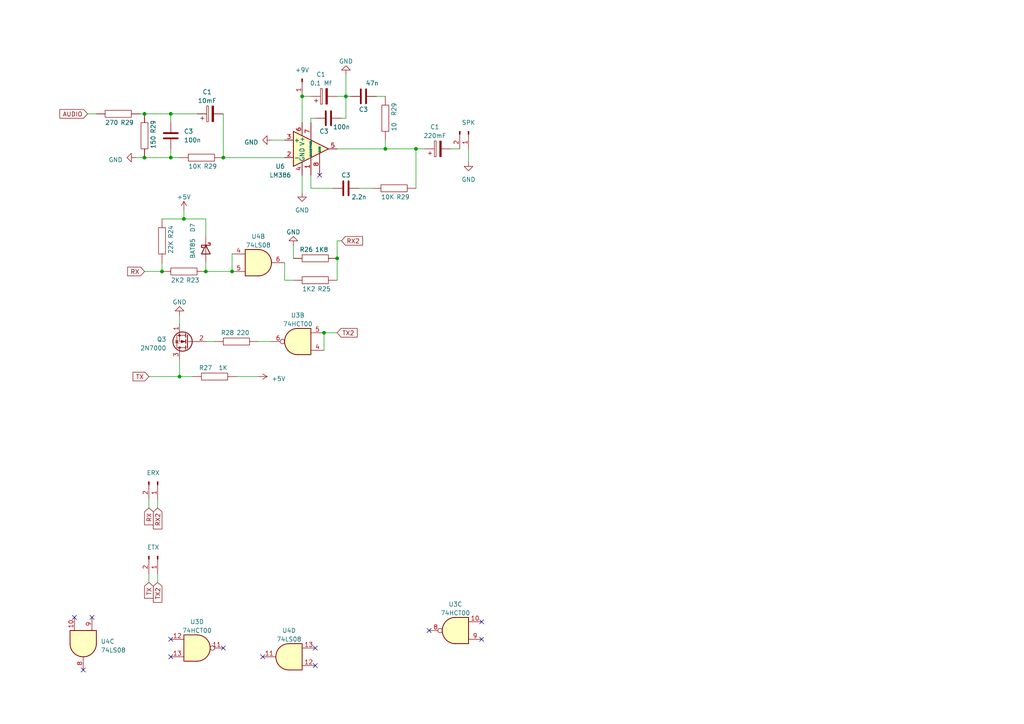
<source format=kicad_sch>
(kicad_sch (version 20230121) (generator eeschema)
  (paper "A4")
  (lib_symbols
    (symbol "74xx:74HCT00" (pin_names (offset 1.016))
      (property "Reference" "U" (at 0 1.27 0))
      (property "Value" "74HCT00" (at 0 -1.27 0))
      (symbol "74HCT00_1_1"
        (arc (start 0 -3.81) (mid 3.7934 0) (end 0 3.81) (stroke (width 0.254)) (fill (type background)))
        (polyline (pts (xy 0 3.81) (xy -3.81 3.81) (xy -3.81 -3.81) (xy 0 -3.81)) (stroke (width 0.254)) (fill (type background)))
        (pin input line (at -7.62 2.54 0) (length 3.81) (name "~") (number "1"))
        (pin input line (at -7.62 -2.54 0) (length 3.81) (name "~") (number "2"))
        (pin output inverted (at 7.62 0 180) (length 3.81) (name "~") (number "3"))
      )
      (symbol "74HCT00_1_2"
        (arc (start -3.81 -3.81) (mid -2.589 0) (end -3.81 3.81) (stroke (width 0.254)))
        (arc (start -0.6096 -3.81) (mid 2.1842 -2.5851) (end 3.81 0) (stroke (width 0.254)) (fill (type background)))
        (polyline (pts (xy -3.81 -3.81) (xy -0.635 -3.81)) (stroke (width 0.254)) (fill (type background)))
        (polyline (pts (xy -3.81 3.81) (xy -0.635 3.81)) (stroke (width 0.254)) (fill (type background)))
        (polyline (pts (xy -0.635 3.81) (xy -3.81 3.81) (xy -3.81 3.81) (xy -3.556 3.4036) (xy -3.0226 2.2606) (xy -2.6924 1.0414) (xy -2.6162 -0.254) (xy -2.7686 -1.4986) (xy -3.175 -2.7178) (xy -3.81 -3.81) (xy -3.81 -3.81) (xy -0.635 -3.81)) (stroke (width -25.4)) (fill (type background)))
        (arc (start 3.81 0) (mid 2.1915 2.5936) (end -0.6096 3.81) (stroke (width 0.254)) (fill (type background)))
        (pin input inverted (at -7.62 2.54 0) (length 4.318) (name "~") (number "1"))
        (pin input inverted (at -7.62 -2.54 0) (length 4.318) (name "~") (number "2"))
        (pin output line (at 7.62 0 180) (length 3.81) (name "~") (number "3"))
      )
      (symbol "74HCT00_2_1"
        (arc (start 0 -3.81) (mid 3.7934 0) (end 0 3.81) (stroke (width 0.254)) (fill (type background)))
        (polyline (pts (xy 0 3.81) (xy -3.81 3.81) (xy -3.81 -3.81) (xy 0 -3.81)) (stroke (width 0.254)) (fill (type background)))
        (pin input line (at -7.62 2.54 0) (length 3.81) (name "~") (number "4"))
        (pin input line (at -7.62 -2.54 0) (length 3.81) (name "~") (number "5"))
        (pin output inverted (at 7.62 0 180) (length 3.81) (name "~") (number "6"))
      )
      (symbol "74HCT00_2_2"
        (arc (start -3.81 -3.81) (mid -2.589 0) (end -3.81 3.81) (stroke (width 0.254)))
        (arc (start -0.6096 -3.81) (mid 2.1842 -2.5851) (end 3.81 0) (stroke (width 0.254)) (fill (type background)))
        (polyline (pts (xy -3.81 -3.81) (xy -0.635 -3.81)) (stroke (width 0.254)) (fill (type background)))
        (polyline (pts (xy -3.81 3.81) (xy -0.635 3.81)) (stroke (width 0.254)) (fill (type background)))
        (polyline (pts (xy -0.635 3.81) (xy -3.81 3.81) (xy -3.81 3.81) (xy -3.556 3.4036) (xy -3.0226 2.2606) (xy -2.6924 1.0414) (xy -2.6162 -0.254) (xy -2.7686 -1.4986) (xy -3.175 -2.7178) (xy -3.81 -3.81) (xy -3.81 -3.81) (xy -0.635 -3.81)) (stroke (width -25.4)) (fill (type background)))
        (arc (start 3.81 0) (mid 2.1915 2.5936) (end -0.6096 3.81) (stroke (width 0.254)) (fill (type background)))
        (pin input inverted (at -7.62 2.54 0) (length 4.318) (name "~") (number "4"))
        (pin input inverted (at -7.62 -2.54 0) (length 4.318) (name "~") (number "5"))
        (pin output line (at 7.62 0 180) (length 3.81) (name "~") (number "6"))
      )
      (symbol "74HCT00_3_1"
        (arc (start 0 -3.81) (mid 3.7934 0) (end 0 3.81) (stroke (width 0.254)) (fill (type background)))
        (polyline (pts (xy 0 3.81) (xy -3.81 3.81) (xy -3.81 -3.81) (xy 0 -3.81)) (stroke (width 0.254)) (fill (type background)))
        (pin input line (at -7.62 -2.54 0) (length 3.81) (name "~") (number "10"))
        (pin output inverted (at 7.62 0 180) (length 3.81) (name "~") (number "8"))
        (pin input line (at -7.62 2.54 0) (length 3.81) (name "~") (number "9"))
      )
      (symbol "74HCT00_3_2"
        (arc (start -3.81 -3.81) (mid -2.589 0) (end -3.81 3.81) (stroke (width 0.254)))
        (arc (start -0.6096 -3.81) (mid 2.1842 -2.5851) (end 3.81 0) (stroke (width 0.254)) (fill (type background)))
        (polyline (pts (xy -3.81 -3.81) (xy -0.635 -3.81)) (stroke (width 0.254)) (fill (type background)))
        (polyline (pts (xy -3.81 3.81) (xy -0.635 3.81)) (stroke (width 0.254)) (fill (type background)))
        (polyline (pts (xy -0.635 3.81) (xy -3.81 3.81) (xy -3.81 3.81) (xy -3.556 3.4036) (xy -3.0226 2.2606) (xy -2.6924 1.0414) (xy -2.6162 -0.254) (xy -2.7686 -1.4986) (xy -3.175 -2.7178) (xy -3.81 -3.81) (xy -3.81 -3.81) (xy -0.635 -3.81)) (stroke (width -25.4)) (fill (type background)))
        (arc (start 3.81 0) (mid 2.1915 2.5936) (end -0.6096 3.81) (stroke (width 0.254)) (fill (type background)))
        (pin input inverted (at -7.62 -2.54 0) (length 4.318) (name "~") (number "10"))
        (pin output line (at 7.62 0 180) (length 3.81) (name "~") (number "8"))
        (pin input inverted (at -7.62 2.54 0) (length 4.318) (name "~") (number "9"))
      )
      (symbol "74HCT00_4_1"
        (arc (start 0 -3.81) (mid 3.7934 0) (end 0 3.81) (stroke (width 0.254)) (fill (type background)))
        (polyline (pts (xy 0 3.81) (xy -3.81 3.81) (xy -3.81 -3.81) (xy 0 -3.81)) (stroke (width 0.254)) (fill (type background)))
        (pin output inverted (at 7.62 0 180) (length 3.81) (name "~") (number "11"))
        (pin input line (at -7.62 2.54 0) (length 3.81) (name "~") (number "12"))
        (pin input line (at -7.62 -2.54 0) (length 3.81) (name "~") (number "13"))
      )
      (symbol "74HCT00_4_2"
        (arc (start -3.81 -3.81) (mid -2.589 0) (end -3.81 3.81) (stroke (width 0.254)))
        (arc (start -0.6096 -3.81) (mid 2.1842 -2.5851) (end 3.81 0) (stroke (width 0.254)) (fill (type background)))
        (polyline (pts (xy -3.81 -3.81) (xy -0.635 -3.81)) (stroke (width 0.254)) (fill (type background)))
        (polyline (pts (xy -3.81 3.81) (xy -0.635 3.81)) (stroke (width 0.254)) (fill (type background)))
        (polyline (pts (xy -0.635 3.81) (xy -3.81 3.81) (xy -3.81 3.81) (xy -3.556 3.4036) (xy -3.0226 2.2606) (xy -2.6924 1.0414) (xy -2.6162 -0.254) (xy -2.7686 -1.4986) (xy -3.175 -2.7178) (xy -3.81 -3.81) (xy -3.81 -3.81) (xy -0.635 -3.81)) (stroke (width -25.4)) (fill (type background)))
        (arc (start 3.81 0) (mid 2.1915 2.5936) (end -0.6096 3.81) (stroke (width 0.254)) (fill (type background)))
        (pin output line (at 7.62 0 180) (length 3.81) (name "~") (number "11"))
        (pin input inverted (at -7.62 2.54 0) (length 4.318) (name "~") (number "12"))
        (pin input inverted (at -7.62 -2.54 0) (length 4.318) (name "~") (number "13"))
      )
      (symbol "74HCT00_5_0"
        (pin power_in line (at 0 12.7 270) (length 5.08) (name "VCC") (number "14"))
        (pin power_in line (at 0 -12.7 90) (length 5.08) (name "GND") (number "7"))
      )
      (symbol "74HCT00_5_1"
        (rectangle (start -5.08 7.62) (end 5.08 -7.62) (stroke (width 0.254)) (fill (type background)))
      )
    )
    (symbol "74xx:74LS08" (pin_names (offset 1.016))
      (property "Reference" "U" (at 0 1.27 0))
      (property "Value" "74LS08" (at 0 -1.27 0))
      (symbol "74LS08_1_1"
        (arc (start 0 -3.81) (mid 3.7934 0) (end 0 3.81) (stroke (width 0.254)) (fill (type background)))
        (polyline (pts (xy 0 3.81) (xy -3.81 3.81) (xy -3.81 -3.81) (xy 0 -3.81)) (stroke (width 0.254)) (fill (type background)))
        (pin input line (at -7.62 2.54 0) (length 3.81) (name "~") (number "1"))
        (pin input line (at -7.62 -2.54 0) (length 3.81) (name "~") (number "2"))
        (pin output line (at 7.62 0 180) (length 3.81) (name "~") (number "3"))
      )
      (symbol "74LS08_1_2"
        (arc (start -3.81 -3.81) (mid -2.589 0) (end -3.81 3.81) (stroke (width 0.254)))
        (arc (start -0.6096 -3.81) (mid 2.1842 -2.5851) (end 3.81 0) (stroke (width 0.254)) (fill (type background)))
        (polyline (pts (xy -3.81 -3.81) (xy -0.635 -3.81)) (stroke (width 0.254)) (fill (type background)))
        (polyline (pts (xy -3.81 3.81) (xy -0.635 3.81)) (stroke (width 0.254)) (fill (type background)))
        (polyline (pts (xy -0.635 3.81) (xy -3.81 3.81) (xy -3.81 3.81) (xy -3.556 3.4036) (xy -3.0226 2.2606) (xy -2.6924 1.0414) (xy -2.6162 -0.254) (xy -2.7686 -1.4986) (xy -3.175 -2.7178) (xy -3.81 -3.81) (xy -3.81 -3.81) (xy -0.635 -3.81)) (stroke (width -25.4)) (fill (type background)))
        (arc (start 3.81 0) (mid 2.1915 2.5936) (end -0.6096 3.81) (stroke (width 0.254)) (fill (type background)))
        (pin input inverted (at -7.62 2.54 0) (length 4.318) (name "~") (number "1"))
        (pin input inverted (at -7.62 -2.54 0) (length 4.318) (name "~") (number "2"))
        (pin output inverted (at 7.62 0 180) (length 3.81) (name "~") (number "3"))
      )
      (symbol "74LS08_2_1"
        (arc (start 0 -3.81) (mid 3.7934 0) (end 0 3.81) (stroke (width 0.254)) (fill (type background)))
        (polyline (pts (xy 0 3.81) (xy -3.81 3.81) (xy -3.81 -3.81) (xy 0 -3.81)) (stroke (width 0.254)) (fill (type background)))
        (pin input line (at -7.62 2.54 0) (length 3.81) (name "~") (number "4"))
        (pin input line (at -7.62 -2.54 0) (length 3.81) (name "~") (number "5"))
        (pin output line (at 7.62 0 180) (length 3.81) (name "~") (number "6"))
      )
      (symbol "74LS08_2_2"
        (arc (start -3.81 -3.81) (mid -2.589 0) (end -3.81 3.81) (stroke (width 0.254)))
        (arc (start -0.6096 -3.81) (mid 2.1842 -2.5851) (end 3.81 0) (stroke (width 0.254)) (fill (type background)))
        (polyline (pts (xy -3.81 -3.81) (xy -0.635 -3.81)) (stroke (width 0.254)) (fill (type background)))
        (polyline (pts (xy -3.81 3.81) (xy -0.635 3.81)) (stroke (width 0.254)) (fill (type background)))
        (polyline (pts (xy -0.635 3.81) (xy -3.81 3.81) (xy -3.81 3.81) (xy -3.556 3.4036) (xy -3.0226 2.2606) (xy -2.6924 1.0414) (xy -2.6162 -0.254) (xy -2.7686 -1.4986) (xy -3.175 -2.7178) (xy -3.81 -3.81) (xy -3.81 -3.81) (xy -0.635 -3.81)) (stroke (width -25.4)) (fill (type background)))
        (arc (start 3.81 0) (mid 2.1915 2.5936) (end -0.6096 3.81) (stroke (width 0.254)) (fill (type background)))
        (pin input inverted (at -7.62 2.54 0) (length 4.318) (name "~") (number "4"))
        (pin input inverted (at -7.62 -2.54 0) (length 4.318) (name "~") (number "5"))
        (pin output inverted (at 7.62 0 180) (length 3.81) (name "~") (number "6"))
      )
      (symbol "74LS08_3_1"
        (arc (start 0 -3.81) (mid 3.7934 0) (end 0 3.81) (stroke (width 0.254)) (fill (type background)))
        (polyline (pts (xy 0 3.81) (xy -3.81 3.81) (xy -3.81 -3.81) (xy 0 -3.81)) (stroke (width 0.254)) (fill (type background)))
        (pin input line (at -7.62 -2.54 0) (length 3.81) (name "~") (number "10"))
        (pin output line (at 7.62 0 180) (length 3.81) (name "~") (number "8"))
        (pin input line (at -7.62 2.54 0) (length 3.81) (name "~") (number "9"))
      )
      (symbol "74LS08_3_2"
        (arc (start -3.81 -3.81) (mid -2.589 0) (end -3.81 3.81) (stroke (width 0.254)))
        (arc (start -0.6096 -3.81) (mid 2.1842 -2.5851) (end 3.81 0) (stroke (width 0.254)) (fill (type background)))
        (polyline (pts (xy -3.81 -3.81) (xy -0.635 -3.81)) (stroke (width 0.254)) (fill (type background)))
        (polyline (pts (xy -3.81 3.81) (xy -0.635 3.81)) (stroke (width 0.254)) (fill (type background)))
        (polyline (pts (xy -0.635 3.81) (xy -3.81 3.81) (xy -3.81 3.81) (xy -3.556 3.4036) (xy -3.0226 2.2606) (xy -2.6924 1.0414) (xy -2.6162 -0.254) (xy -2.7686 -1.4986) (xy -3.175 -2.7178) (xy -3.81 -3.81) (xy -3.81 -3.81) (xy -0.635 -3.81)) (stroke (width -25.4)) (fill (type background)))
        (arc (start 3.81 0) (mid 2.1915 2.5936) (end -0.6096 3.81) (stroke (width 0.254)) (fill (type background)))
        (pin input inverted (at -7.62 -2.54 0) (length 4.318) (name "~") (number "10"))
        (pin output inverted (at 7.62 0 180) (length 3.81) (name "~") (number "8"))
        (pin input inverted (at -7.62 2.54 0) (length 4.318) (name "~") (number "9"))
      )
      (symbol "74LS08_4_1"
        (arc (start 0 -3.81) (mid 3.7934 0) (end 0 3.81) (stroke (width 0.254)) (fill (type background)))
        (polyline (pts (xy 0 3.81) (xy -3.81 3.81) (xy -3.81 -3.81) (xy 0 -3.81)) (stroke (width 0.254)) (fill (type background)))
        (pin output line (at 7.62 0 180) (length 3.81) (name "~") (number "11"))
        (pin input line (at -7.62 2.54 0) (length 3.81) (name "~") (number "12"))
        (pin input line (at -7.62 -2.54 0) (length 3.81) (name "~") (number "13"))
      )
      (symbol "74LS08_4_2"
        (arc (start -3.81 -3.81) (mid -2.589 0) (end -3.81 3.81) (stroke (width 0.254)))
        (arc (start -0.6096 -3.81) (mid 2.1842 -2.5851) (end 3.81 0) (stroke (width 0.254)) (fill (type background)))
        (polyline (pts (xy -3.81 -3.81) (xy -0.635 -3.81)) (stroke (width 0.254)) (fill (type background)))
        (polyline (pts (xy -3.81 3.81) (xy -0.635 3.81)) (stroke (width 0.254)) (fill (type background)))
        (polyline (pts (xy -0.635 3.81) (xy -3.81 3.81) (xy -3.81 3.81) (xy -3.556 3.4036) (xy -3.0226 2.2606) (xy -2.6924 1.0414) (xy -2.6162 -0.254) (xy -2.7686 -1.4986) (xy -3.175 -2.7178) (xy -3.81 -3.81) (xy -3.81 -3.81) (xy -0.635 -3.81)) (stroke (width -25.4)) (fill (type background)))
        (arc (start 3.81 0) (mid 2.1915 2.5936) (end -0.6096 3.81) (stroke (width 0.254)) (fill (type background)))
        (pin output inverted (at 7.62 0 180) (length 3.81) (name "~") (number "11"))
        (pin input inverted (at -7.62 2.54 0) (length 4.318) (name "~") (number "12"))
        (pin input inverted (at -7.62 -2.54 0) (length 4.318) (name "~") (number "13"))
      )
      (symbol "74LS08_5_0"
        (pin power_in line (at 0 12.7 270) (length 5.08) (name "VCC") (number "14"))
        (pin power_in line (at 0 -12.7 90) (length 5.08) (name "GND") (number "7"))
      )
      (symbol "74LS08_5_1"
        (rectangle (start -5.08 7.62) (end 5.08 -7.62) (stroke (width 0.254)) (fill (type background)))
      )
    )
    (symbol "Amplifier_Audio:LM386" (pin_names (offset 0.127))
      (property "Reference" "U" (at 1.27 7.62 0))
      (property "Value" "LM386" (at 1.27 5.08 0))
      (symbol "LM386_0_1"
        (polyline (pts (xy 5.08 0) (xy -5.08 5.08) (xy -5.08 -5.08) (xy 5.08 0)) (stroke (width 0.254)) (fill (type background)))
      )
      (symbol "LM386_1_1"
        (pin input line (at 0 -7.62 90) (length 5.08) (name "GAIN") (number "1"))
        (pin input line (at -7.62 -2.54 0) (length 2.54) (name "-") (number "2"))
        (pin input line (at -7.62 2.54 0) (length 2.54) (name "+") (number "3"))
        (pin power_in line (at -2.54 -7.62 90) (length 3.81) (name "GND") (number "4"))
        (pin output line (at 7.62 0 180) (length 2.54) (name "~") (number "5"))
        (pin power_in line (at -2.54 7.62 270) (length 3.81) (name "V+") (number "6"))
        (pin input line (at 0 7.62 270) (length 5.08) (name "BYPASS") (number "7"))
        (pin input line (at 2.54 -7.62 90) (length 6.35) (name "GAIN") (number "8"))
      )
    )
    (symbol "Connector:Conn_01x01_Pin" (pin_names (offset 1.016) hide)
      (property "Reference" "J" (at 0 2.54 0))
      (property "Value" "Conn_01x01_Pin" (at 0 -2.54 0))
      (symbol "Conn_01x01_Pin_1_1"
        (polyline (pts (xy 1.27 0) (xy 0.8636 0)) (stroke (width 0.1524)))
        (rectangle (start 0.8636 0.127) (end 0 -0.127) (stroke (width 0.1524)) (fill (type outline)))
        (pin passive line (at 5.08 0 180) (length 3.81) (name "Pin_1") (number "1"))
      )
    )
    (symbol "Connector:Conn_01x02_Pin" (pin_names (offset 1.016) hide)
      (property "Reference" "J" (at 0 2.54 0))
      (property "Value" "Conn_01x02_Pin" (at 0 -5.08 0))
      (symbol "Conn_01x02_Pin_1_1"
        (polyline (pts (xy 1.27 -2.54) (xy 0.8636 -2.54)) (stroke (width 0.1524)))
        (polyline (pts (xy 1.27 0) (xy 0.8636 0)) (stroke (width 0.1524)))
        (rectangle (start 0.8636 -2.413) (end 0 -2.667) (stroke (width 0.1524)) (fill (type outline)))
        (rectangle (start 0.8636 0.127) (end 0 -0.127) (stroke (width 0.1524)) (fill (type outline)))
        (pin passive line (at 5.08 0 180) (length 3.81) (name "Pin_1") (number "1"))
        (pin passive line (at 5.08 -2.54 180) (length 3.81) (name "Pin_2") (number "2"))
      )
    )
    (symbol "Device:C" (pin_numbers hide) (pin_names (offset 0.254))
      (property "Reference" "C" (at 0.635 2.54 0))
      (property "Value" "C" (at 0.635 -2.54 0))
      (symbol "C_0_1"
        (polyline (pts (xy -2.032 -0.762) (xy 2.032 -0.762)) (stroke (width 0.508)))
        (polyline (pts (xy -2.032 0.762) (xy 2.032 0.762)) (stroke (width 0.508)))
      )
      (symbol "C_1_1"
        (pin passive line (at 0 3.81 270) (length 2.794) (name "~") (number "1"))
        (pin passive line (at 0 -3.81 90) (length 2.794) (name "~") (number "2"))
      )
    )
    (symbol "Device:C_Polarized" (pin_numbers hide) (pin_names (offset 0.254))
      (property "Reference" "C" (at 0.635 2.54 0))
      (property "Value" "C_Polarized" (at 0.635 -2.54 0))
      (symbol "C_Polarized_0_1"
        (rectangle (start -2.286 0.508) (end 2.286 1.016))
        (polyline (pts (xy -1.778 2.286) (xy -0.762 2.286)))
        (polyline (pts (xy -1.27 2.794) (xy -1.27 1.778)))
        (rectangle (start 2.286 -0.508) (end -2.286 -1.016) (fill (type outline)))
      )
      (symbol "C_Polarized_1_1"
        (pin passive line (at 0 3.81 270) (length 2.794) (name "~") (number "1"))
        (pin passive line (at 0 -3.81 90) (length 2.794) (name "~") (number "2"))
      )
    )
    (symbol "Device:D_Schottky" (pin_numbers hide) (pin_names (offset 1.016) hide)
      (property "Reference" "D" (at 0 2.54 0))
      (property "Value" "D_Schottky" (at 0 -2.54 0))
      (symbol "D_Schottky_0_1"
        (polyline (pts (xy 1.27 0) (xy -1.27 0)))
        (polyline (pts (xy 1.27 1.27) (xy 1.27 -1.27) (xy -1.27 0) (xy 1.27 1.27)) (stroke (width 0.254)))
        (polyline (pts (xy -1.905 0.635) (xy -1.905 1.27) (xy -1.27 1.27) (xy -1.27 -1.27) (xy -0.635 -1.27) (xy -0.635 -0.635)) (stroke (width 0.254)))
      )
      (symbol "D_Schottky_1_1"
        (pin passive line (at -3.81 0 0) (length 2.54) (name "K") (number "1"))
        (pin passive line (at 3.81 0 180) (length 2.54) (name "A") (number "2"))
      )
    )
    (symbol "Transistor_FET:2N7000" (pin_names hide)
      (property "Reference" "Q" (at 5.08 1.905 0))
      (property "Value" "2N7000" (at 5.08 0 0))
      (symbol "2N7000_0_1"
        (polyline (pts (xy 0.254 0) (xy -2.54 0)))
        (polyline (pts (xy 0.254 1.905) (xy 0.254 -1.905)) (stroke (width 0.254)))
        (polyline (pts (xy 0.762 -1.27) (xy 0.762 -2.286)) (stroke (width 0.254)))
        (polyline (pts (xy 0.762 0.508) (xy 0.762 -0.508)) (stroke (width 0.254)))
        (polyline (pts (xy 0.762 2.286) (xy 0.762 1.27)) (stroke (width 0.254)))
        (polyline (pts (xy 2.54 2.54) (xy 2.54 1.778)))
        (polyline (pts (xy 2.54 -2.54) (xy 2.54 0) (xy 0.762 0)))
        (polyline (pts (xy 0.762 -1.778) (xy 3.302 -1.778) (xy 3.302 1.778) (xy 0.762 1.778)))
        (polyline (pts (xy 1.016 0) (xy 2.032 0.381) (xy 2.032 -0.381) (xy 1.016 0)) (fill (type outline)))
        (polyline (pts (xy 2.794 0.508) (xy 2.921 0.381) (xy 3.683 0.381) (xy 3.81 0.254)))
        (polyline (pts (xy 3.302 0.381) (xy 2.921 -0.254) (xy 3.683 -0.254) (xy 3.302 0.381)))
        (circle (center 1.651 0) (radius 2.794) (stroke (width 0.254)))
        (circle (center 2.54 -1.778) (radius 0.254) (fill (type outline)))
        (circle (center 2.54 1.778) (radius 0.254) (fill (type outline)))
      )
      (symbol "2N7000_1_1"
        (pin passive line (at 2.54 -5.08 90) (length 2.54) (name "S") (number "1"))
        (pin input line (at -5.08 0 0) (length 2.54) (name "G") (number "2"))
        (pin passive line (at 2.54 5.08 270) (length 2.54) (name "D") (number "3"))
      )
    )
    (symbol "power:+5V" (power) (pin_names (offset 0))
      (property "Value" "+5V" (at 0 3.556 0))
      (symbol "+5V_0_1"
        (polyline (pts (xy -0.762 1.27) (xy 0 2.54)))
        (polyline (pts (xy 0 0) (xy 0 2.54)))
        (polyline (pts (xy 0 2.54) (xy 0.762 1.27)))
      )
      (symbol "+5V_1_1"
        (pin power_in line (at 0 0 90) (length 0) hide (name "+5V") (number "1"))
      )
    )
    (symbol "power:GND" (power) (pin_names (offset 0))
      (property "Value" "GND" (at 0 -3.81 0))
      (symbol "GND_0_1"
        (polyline (pts (xy 0 0) (xy 0 -1.27) (xy 1.27 -1.27) (xy 0 -2.54) (xy -1.27 -1.27) (xy 0 -1.27)))
      )
      (symbol "GND_1_1"
        (pin power_in line (at 0 0 270) (length 0) hide (name "GND") (number "1"))
      )
    )
    (symbol "pspice:R" (pin_numbers hide) (pin_names (offset 0))
      (property "Reference" "R" (at 2.032 0 90))
      (property "Value" "R" (at 0 0 90))
      (symbol "R_0_1"
        (rectangle (start -1.016 3.81) (end 1.016 -3.81))
      )
      (symbol "R_1_1"
        (pin passive line (at 0 6.35 270) (length 2.54) (name "~") (number "1"))
        (pin passive line (at 0 -6.35 90) (length 2.54) (name "~") (number "2"))
      )
    )
  )
  (junction (at 120.65 43.18))
  (junction (at 49.53 33.02))
  (junction (at 97.79 74.93))
  (junction (at 93.98 96.52))
  (junction (at 46.99 78.74))
  (junction (at 53.34 63.5))
  (junction (at 41.91 33.02))
  (junction (at 100.33 27.94))
  (junction (at 49.53 45.72))
  (junction (at 52.07 109.22))
  (junction (at 59.69 78.74))
  (junction (at 87.63 27.94))
  (junction (at 64.77 45.72))
  (junction (at 41.91 45.72))
  (junction (at 111.76 43.18))
  (junction (at 67.31 78.74))
  (no_connect (at 26.67 179.07))
  (no_connect (at 91.44 187.96))
  (no_connect (at 139.7 180.34))
  (no_connect (at 64.77 187.96))
  (no_connect (at 92.71 50.8))
  (no_connect (at 91.44 193.04))
  (no_connect (at 124.46 182.88))
  (no_connect (at 21.59 179.07))
  (no_connect (at 49.53 185.42))
  (no_connect (at 76.2 190.5))
  (no_connect (at 24.13 194.31))
  (no_connect (at 139.7 185.42))
  (no_connect (at 49.53 190.5))
  (wire (pts (xy 100.33 27.94) (xy 100.33 34.29)))
  (wire (pts (xy 93.98 96.52) (xy 93.98 101.6)))
  (wire (pts (xy 52.07 104.14) (xy 52.07 109.22)))
  (wire (pts (xy 53.34 63.5) (xy 59.69 63.5)))
  (wire (pts (xy 49.53 33.02) (xy 57.15 33.02)))
  (wire (pts (xy 53.34 60.96) (xy 53.34 63.5)))
  (wire (pts (xy 46.99 63.5) (xy 53.34 63.5)))
  (wire (pts (xy 49.53 35.56) (xy 49.53 33.02)))
  (wire (pts (xy 49.53 45.72) (xy 52.07 45.72)))
  (wire (pts (xy 40.64 33.02) (xy 41.91 33.02)))
  (wire (pts (xy 100.33 27.94) (xy 101.6 27.94)))
  (wire (pts (xy 59.69 78.74) (xy 67.31 78.74)))
  (wire (pts (xy 64.77 45.72) (xy 82.55 45.72)))
  (wire (pts (xy 90.17 54.61) (xy 96.52 54.61)))
  (wire (pts (xy 82.55 76.2) (xy 82.55 81.28)))
  (wire (pts (xy 59.69 99.06) (xy 62.23 99.06)))
  (wire (pts (xy 39.37 45.72) (xy 41.91 45.72)))
  (wire (pts (xy 135.89 43.18) (xy 135.89 46.99)))
  (wire (pts (xy 91.44 34.29) (xy 90.17 34.29)))
  (wire (pts (xy 25.4 33.02) (xy 27.94 33.02)))
  (wire (pts (xy 45.72 166.37) (xy 45.72 168.91)))
  (wire (pts (xy 97.79 69.85) (xy 97.79 74.93)))
  (wire (pts (xy 59.69 76.2) (xy 59.69 78.74)))
  (wire (pts (xy 97.79 74.93) (xy 97.79 81.28)))
  (wire (pts (xy 97.79 27.94) (xy 100.33 27.94)))
  (wire (pts (xy 93.98 96.52) (xy 97.79 96.52)))
  (wire (pts (xy 90.17 50.8) (xy 90.17 54.61)))
  (wire (pts (xy 49.53 33.02) (xy 41.91 33.02)))
  (wire (pts (xy 90.17 34.29) (xy 90.17 35.56)))
  (wire (pts (xy 87.63 27.94) (xy 87.63 35.56)))
  (wire (pts (xy 59.69 63.5) (xy 59.69 68.58)))
  (wire (pts (xy 111.76 40.64) (xy 111.76 43.18)))
  (wire (pts (xy 85.09 71.12) (xy 85.09 74.93)))
  (wire (pts (xy 97.79 69.85) (xy 99.06 69.85)))
  (wire (pts (xy 104.14 54.61) (xy 107.95 54.61)))
  (wire (pts (xy 87.63 50.8) (xy 87.63 55.88)))
  (wire (pts (xy 67.31 73.66) (xy 67.31 78.74)))
  (wire (pts (xy 78.74 40.64) (xy 82.55 40.64)))
  (wire (pts (xy 100.33 34.29) (xy 99.06 34.29)))
  (wire (pts (xy 45.72 144.78) (xy 45.72 147.32)))
  (wire (pts (xy 52.07 91.44) (xy 52.07 93.98)))
  (wire (pts (xy 130.81 43.18) (xy 133.35 43.18)))
  (wire (pts (xy 43.18 109.22) (xy 52.07 109.22)))
  (wire (pts (xy 43.18 144.78) (xy 43.18 147.32)))
  (wire (pts (xy 120.65 43.18) (xy 120.65 54.61)))
  (wire (pts (xy 111.76 43.18) (xy 120.65 43.18)))
  (wire (pts (xy 64.77 33.02) (xy 64.77 45.72)))
  (wire (pts (xy 52.07 109.22) (xy 55.88 109.22)))
  (wire (pts (xy 68.58 109.22) (xy 74.93 109.22)))
  (wire (pts (xy 109.22 27.94) (xy 111.76 27.94)))
  (wire (pts (xy 120.65 43.18) (xy 123.19 43.18)))
  (wire (pts (xy 43.18 166.37) (xy 43.18 168.91)))
  (wire (pts (xy 46.99 76.2) (xy 46.99 78.74)))
  (wire (pts (xy 87.63 27.94) (xy 90.17 27.94)))
  (wire (pts (xy 97.79 43.18) (xy 111.76 43.18)))
  (wire (pts (xy 100.33 21.59) (xy 100.33 27.94)))
  (wire (pts (xy 74.93 99.06) (xy 78.74 99.06)))
  (wire (pts (xy 49.53 43.18) (xy 49.53 45.72)))
  (wire (pts (xy 49.53 45.72) (xy 41.91 45.72)))
  (wire (pts (xy 41.91 78.74) (xy 46.99 78.74)))
  (wire (pts (xy 82.55 81.28) (xy 85.09 81.28)))
  (global_label "RX" (shape input) (at 41.91 78.74 180) (property "Intersheetrefs" "${INTERSHEET_REFS}" (effects hide)))
  (global_label "TX" (shape input) (at 43.18 168.91 270) (property "Intersheetrefs" "${INTERSHEET_REFS}" (effects hide)))
  (global_label "TX" (shape input) (at 43.18 109.22 180) (property "Intersheetrefs" "${INTERSHEET_REFS}" (effects hide)))
  (global_label "TX2" (shape input) (at 45.72 168.91 270) (property "Intersheetrefs" "${INTERSHEET_REFS}" (effects hide)))
  (global_label "RX" (shape input) (at 43.18 147.32 270) (property "Intersheetrefs" "${INTERSHEET_REFS}" (effects hide)))
  (global_label "TX2" (shape input) (at 97.79 96.52 0) (property "Intersheetrefs" "${INTERSHEET_REFS}" (effects hide)))
  (global_label "AUDIO" (shape input) (at 25.4 33.02 180) (property "Intersheetrefs" "${INTERSHEET_REFS}" (effects hide)))
  (global_label "RX2" (shape input) (at 99.06 69.85 0) (property "Intersheetrefs" "${INTERSHEET_REFS}" (effects hide)))
  (global_label "RX2" (shape input) (at 45.72 147.32 270) (property "Intersheetrefs" "${INTERSHEET_REFS}" (effects hide)))
  (symbol (lib_id "74xx:74LS08") (at 83.82 190.5 180) (unit 4)
    (property "Reference" "U4" (at 83.8283 182.88 0))
    (property "Value" "74LS08" (at 83.8283 185.42 0))
    (property "Footprint" "Package_DIP:DIP-14_W7.62mm_Socket" (effects hide))
    (property "Datasheet" "http://www.ti.com/lit/gpn/sn74LS08" (effects hide))
  )
  (symbol (lib_id "power:GND") (at 78.74 40.64 270) (unit 1)
    (property "Reference" "#PWR027" (effects hide))
    (property "Value" "GND" (at 74.93 41.275 90) (effects (justify right)))
    (instances (project "vga-term" (path "" (reference "#PWR027") (unit 1)) (path "" (reference "#PWR033") (unit 1))))
  )
  (symbol (lib_id "Amplifier_Audio:LM386") (at 90.17 43.18 0) (unit 1)
    (property "Reference" "U6" (at 81.28 48.26 0))
    (property "Value" "LM386" (at 81.28 50.8 0))
    (property "Footprint" "Package_DIP:DIP-8_W7.62mm_Socket" (effects hide))
    (property "Datasheet" "http://www.ti.com/lit/ds/symlink/lm386.pdf" (effects hide))
  )
  (symbol (lib_id "Transistor_FET:2N7000") (at 54.61 99.06 180) (unit 1)
    (property "Reference" "Q3" (at 48.26 98.425 0) (effects (justify left)))
    (property "Value" "2N7000" (at 48.26 100.965 0) (effects (justify left)))
    (property "Footprint" "Package_TO_SOT_THT:TO-92_Inline" (effects hide))
    (property "Datasheet" "https://www.vishay.com/docs/70226/70226.pdf" (effects hide))
    (instances (project "vga-term" (path "" (reference "Q3") (unit 1)) (path "" (reference "Q4") (unit 1))))
  )
  (symbol (lib_id "74xx:74HCT00") (at 86.36 99.06 180) (unit 2)
    (property "Reference" "U3" (at 86.3683 91.44 0))
    (property "Value" "74HCT00" (at 86.3683 93.98 0))
    (property "Footprint" "Package_DIP:DIP-14_W7.62mm_Socket" (effects hide))
    (property "Datasheet" "http://www.ti.com/lit/gpn/sn74hct00" (effects hide))
  )
  (symbol (lib_id "power:+5V") (at 74.93 109.22 270) (unit 1)
    (property "Reference" "#PWR024" (effects hide))
    (property "Value" "+5V" (at 78.74 109.855 90) (effects (justify left)))
    (instances (project "vga-term" (path "" (reference "#PWR024") (unit 1)) (path "" (reference "#PWR027") (unit 1))))
  )
  (symbol (lib_id "74xx:74HCT00") (at 57.15 187.96 0) (unit 4)
    (property "Reference" "U3" (at 57.1417 180.34 0))
    (property "Value" "74HCT00" (at 57.1417 182.88 0))
    (property "Footprint" "Package_DIP:DIP-14_W7.62mm_Socket" (effects hide))
    (property "Datasheet" "http://www.ti.com/lit/gpn/sn74hct00" (effects hide))
  )
  (symbol (lib_id "Device:C") (at 95.25 34.29 270) (unit 1)
    (property "Reference" "C3" (at 93.98 38.1 90))
    (property "Value" "100n" (at 99.06 36.83 90))
    (property "Footprint" "Capacitor_THT:C_Disc_D3.4mm_W2.1mm_P2.50mm" (effects hide))
    (instances (project "vga-term" (path "" (reference "C3") (unit 1)) (path "" (reference "C11") (unit 1))))
  )
  (symbol (lib_id "Device:C") (at 105.41 27.94 90) (unit 1)
    (property "Reference" "C3" (at 105.41 31.75 90))
    (property "Value" "47n" (at 107.95 24.13 90))
    (property "Footprint" "Capacitor_THT:C_Disc_D3.4mm_W2.1mm_P2.50mm" (effects hide))
    (instances (project "vga-term" (path "" (reference "C3") (unit 1)) (path "" (reference "C13") (unit 1))))
  )
  (symbol (lib_id "pspice:R") (at 91.44 74.93 270) (unit 1)
    (property "Reference" "R26" (at 90.805 72.39 90) (effects (justify right)))
    (property "Value" "1K8" (at 95.25 72.39 90) (effects (justify right)))
    (property "Footprint" "Resistor_THT:R_Axial_DIN0204_L3.6mm_D1.6mm_P5.08mm_Horizontal" (effects hide))
    (instances (project "vga-term" (path "" (reference "R26") (unit 1)) (path "" (reference "R48") (unit 1))))
  )
  (symbol (lib_id "74xx:74LS08") (at 24.13 186.69 270) (unit 3)
    (property "Reference" "U4" (at 29.21 186.0467 90) (effects (justify left)))
    (property "Value" "74LS08" (at 29.21 188.5867 90) (effects (justify left)))
    (property "Footprint" "Package_DIP:DIP-14_W7.62mm_Socket" (effects hide))
    (property "Datasheet" "http://www.ti.com/lit/gpn/sn74LS08" (effects hide))
  )
  (symbol (lib_id "power:GND") (at 87.63 55.88 0) (unit 1)
    (property "Reference" "#PWR027" (effects hide))
    (property "Value" "GND" (at 87.63 60.96 0))
    (instances (project "vga-term" (path "" (reference "#PWR027") (unit 1)) (path "" (reference "#PWR034") (unit 1))))
  )
  (symbol (lib_id "power:GND") (at 39.37 45.72 270) (unit 1)
    (property "Reference" "#PWR027" (effects hide))
    (property "Value" "GND" (at 35.56 46.355 90) (effects (justify right)))
    (instances (project "vga-term" (path "" (reference "#PWR027") (unit 1)) (path "" (reference "#PWR039") (unit 1))))
  )
  (symbol (lib_id "pspice:R") (at 68.58 99.06 270) (unit 1)
    (property "Reference" "R28" (at 67.945 96.52 90) (effects (justify right)))
    (property "Value" "220" (at 72.39 96.52 90) (effects (justify right)))
    (property "Footprint" "Resistor_THT:R_Axial_DIN0204_L3.6mm_D1.6mm_P5.08mm_Horizontal" (effects hide))
    (instances (project "vga-term" (path "" (reference "R28") (unit 1)) (path "" (reference "R30") (unit 1))))
  )
  (symbol (lib_id "74xx:74HCT00") (at 132.08 182.88 180) (unit 3)
    (property "Reference" "U3" (at 132.0883 175.26 0))
    (property "Value" "74HCT00" (at 132.0883 177.8 0))
    (property "Footprint" "Package_DIP:DIP-14_W7.62mm_Socket" (effects hide))
    (property "Datasheet" "http://www.ti.com/lit/gpn/sn74hct00" (effects hide))
  )
  (symbol (lib_id "pspice:R") (at 53.34 78.74 90) (unit 1)
    (property "Reference" "R23" (at 53.975 81.28 90) (effects (justify right)))
    (property "Value" "2K2" (at 49.53 81.28 90) (effects (justify right)))
    (property "Footprint" "Resistor_THT:R_Axial_DIN0204_L3.6mm_D1.6mm_P5.08mm_Horizontal" (effects hide))
    (instances (project "vga-term" (path "" (reference "R23") (unit 1)) (path "" (reference "R47") (unit 1))))
  )
  (symbol (lib_id "pspice:R") (at 58.42 45.72 90) (unit 1)
    (property "Reference" "R29" (at 59.055 48.26 90) (effects (justify right)))
    (property "Value" "10K" (at 54.61 48.26 90) (effects (justify right)))
    (property "Footprint" "Resistor_THT:R_Axial_DIN0204_L3.6mm_D1.6mm_P5.08mm_Horizontal" (effects hide))
    (instances (project "vga-term" (path "" (reference "R29") (unit 1)) (path "" (reference "R41") (unit 1))))
  )
  (symbol (lib_id "pspice:R") (at 46.99 69.85 180) (unit 1)
    (property "Reference" "R24" (at 49.53 69.215 90) (effects (justify right)))
    (property "Value" "22K" (at 49.53 73.66 90) (effects (justify right)))
    (property "Footprint" "Resistor_THT:R_Axial_DIN0204_L3.6mm_D1.6mm_P5.08mm_Horizontal" (effects hide))
    (instances (project "vga-term" (path "" (reference "R24") (unit 1)) (path "" (reference "R46") (unit 1))))
  )
  (symbol (lib_id "Device:C_Polarized") (at 60.96 33.02 90) (unit 1)
    (property "Reference" "C1" (at 60.071 26.67 90))
    (property "Value" "10mF" (at 60.071 29.21 90))
    (property "Footprint" "Capacitor_THT:CP_Radial_D5.0mm_P2.50mm" (effects hide))
    (instances (project "vga-term" (path "" (reference "C1") (unit 1)) (path "" (reference "C10") (unit 1))))
  )
  (symbol (lib_id "pspice:R") (at 34.29 33.02 90) (unit 1)
    (property "Reference" "R29" (at 34.925 35.56 90) (effects (justify right)))
    (property "Value" "270" (at 30.48 35.56 90) (effects (justify right)))
    (property "Footprint" "Resistor_THT:R_Axial_DIN0204_L3.6mm_D1.6mm_P5.08mm_Horizontal" (effects hide))
    (instances (project "vga-term" (path "" (reference "R29") (unit 1)) (path "" (reference "R39") (unit 1))))
  )
  (symbol (lib_id "Connector:Conn_01x02_Pin") (at 45.72 161.29 270) (unit 1)
    (property "Reference" "J10" (effects hide))
    (property "Value" "ETX" (at 44.45 158.75 90))
    (property "Footprint" "Connector_PinSocket_2.54mm:PinSocket_1x02_P2.54mm_Vertical" (effects hide))
    (instances (project "vga-term" (path "" (reference "J10") (unit 1)) (path "" (reference "J11") (unit 1))))
  )
  (symbol (lib_id "pspice:R") (at 41.91 39.37 180) (unit 1)
    (property "Reference" "R29" (at 44.45 38.735 90) (effects (justify right)))
    (property "Value" "150" (at 44.45 43.18 90) (effects (justify right)))
    (property "Footprint" "Resistor_THT:R_Axial_DIN0204_L3.6mm_D1.6mm_P5.08mm_Horizontal" (effects hide))
    (instances (project "vga-term" (path "" (reference "R29") (unit 1)) (path "" (reference "R40") (unit 1))))
  )
  (symbol (lib_id "power:GND") (at 135.89 46.99 0) (unit 1)
    (property "Reference" "#PWR027" (effects hide))
    (property "Value" "GND" (at 135.89 52.07 0))
    (instances (project "vga-term" (path "" (reference "#PWR027") (unit 1)) (path "" (reference "#PWR041") (unit 1))))
  )
  (symbol (lib_id "74xx:74LS08") (at 74.93 76.2 0) (unit 2)
    (property "Reference" "U4" (at 74.9217 68.58 0))
    (property "Value" "74LS08" (at 74.9217 71.12 0))
    (property "Footprint" "Package_DIP:DIP-14_W7.62mm_Socket" (effects hide))
    (property "Datasheet" "http://www.ti.com/lit/gpn/sn74LS08" (effects hide))
  )
  (symbol (lib_id "pspice:R") (at 91.44 81.28 90) (unit 1)
    (property "Reference" "R25" (at 92.075 83.82 90) (effects (justify right)))
    (property "Value" "1K2" (at 87.63 83.82 90) (effects (justify right)))
    (property "Footprint" "Resistor_THT:R_Axial_DIN0204_L3.6mm_D1.6mm_P5.08mm_Horizontal" (effects hide))
    (instances (project "vga-term" (path "" (reference "R25") (unit 1)) (path "" (reference "R49") (unit 1))))
  )
  (symbol (lib_id "power:GND") (at 52.07 91.44 180) (unit 1)
    (property "Reference" "#PWR021" (effects hide))
    (property "Value" "GND" (at 52.07 87.63 0))
    (instances (project "vga-term" (path "" (reference "#PWR021") (unit 1)) (path "" (reference "#PWR026") (unit 1))))
  )
  (symbol (lib_id "Device:C_Polarized") (at 93.98 27.94 90) (unit 1)
    (property "Reference" "C1" (at 93.091 21.59 90))
    (property "Value" "0.1 Mf" (at 93.091 24.13 90))
    (property "Footprint" "Capacitor_THT:CP_Radial_D5.0mm_P2.50mm" (effects hide))
    (instances (project "vga-term" (path "" (reference "C1") (unit 1)) (path "" (reference "C9") (unit 1))))
  )
  (symbol (lib_id "pspice:R") (at 111.76 34.29 180) (unit 1)
    (property "Reference" "R29" (at 114.3 33.655 90) (effects (justify right)))
    (property "Value" "10" (at 114.3 38.1 90) (effects (justify right)))
    (property "Footprint" "Resistor_THT:R_Axial_DIN0204_L3.6mm_D1.6mm_P5.08mm_Horizontal" (effects hide))
    (instances (project "vga-term" (path "" (reference "R29") (unit 1)) (path "" (reference "R43") (unit 1))))
  )
  (symbol (lib_id "Device:C") (at 49.53 39.37 180) (unit 1)
    (property "Reference" "C3" (at 53.34 38.0999 0) (effects (justify right)))
    (property "Value" "100n" (at 53.34 40.6399 0) (effects (justify right)))
    (property "Footprint" "Capacitor_THT:C_Disc_D3.4mm_W2.1mm_P2.50mm" (effects hide))
    (instances (project "vga-term" (path "" (reference "C3") (unit 1)) (path "" (reference "C4") (unit 1))))
  )
  (symbol (lib_id "Connector:Conn_01x02_Pin") (at 45.72 139.7 270) (unit 1)
    (property "Reference" "J10" (effects hide))
    (property "Value" "ERX" (at 44.45 137.16 90))
    (property "Footprint" "Connector_PinSocket_2.54mm:PinSocket_1x02_P2.54mm_Vertical" (effects hide))
    (instances (project "vga-term" (path "" (reference "J10") (unit 1)) (path "" (reference "J12") (unit 1))))
  )
  (symbol (lib_id "power:+5V") (at 53.34 60.96 0) (unit 1)
    (property "Reference" "#PWR024" (effects hide))
    (property "Value" "+5V" (at 53.34 57.15 0))
    (instances (project "vga-term" (path "" (reference "#PWR024") (unit 1)) (path "" (reference "#PWR043") (unit 1))))
  )
  (symbol (lib_id "power:GND") (at 100.33 21.59 180) (unit 1)
    (property "Reference" "#PWR027" (effects hide))
    (property "Value" "GND" (at 100.33 17.78 0))
    (instances (project "vga-term" (path "" (reference "#PWR027") (unit 1)) (path "" (reference "#PWR040") (unit 1))))
  )
  (symbol (lib_id "Device:C") (at 100.33 54.61 270) (unit 1)
    (property "Reference" "C3" (at 100.33 50.8 90))
    (property "Value" "2.2n" (at 104.14 57.15 90))
    (property "Footprint" "Capacitor_THT:C_Disc_D3.4mm_W2.1mm_P2.50mm" (effects hide))
    (instances (project "vga-term" (path "" (reference "C3") (unit 1)) (path "" (reference "C12") (unit 1))))
  )
  (symbol (lib_id "pspice:R") (at 114.3 54.61 90) (unit 1)
    (property "Reference" "R29" (at 114.935 57.15 90) (effects (justify right)))
    (property "Value" "10K" (at 110.49 57.15 90) (effects (justify right)))
    (property "Footprint" "Resistor_THT:R_Axial_DIN0204_L3.6mm_D1.6mm_P5.08mm_Horizontal" (effects hide))
    (instances (project "vga-term" (path "" (reference "R29") (unit 1)) (path "" (reference "R42") (unit 1))))
  )
  (symbol (lib_id "Connector:Conn_01x01_Pin") (at 87.63 22.86 270) (unit 1)
    (property "Reference" "J10" (effects hide))
    (property "Value" "+9V" (at 87.63 20.32 90))
    (property "Footprint" "Connector_PinSocket_2.54mm:PinSocket_1x01_P2.54mm_Vertical" (effects hide))
    (instances (project "vga-term" (path "" (reference "J10") (unit 1)) (path "" (reference "J7") (unit 1))))
  )
  (symbol (lib_id "Device:D_Schottky") (at 59.69 72.39 270) (unit 1)
    (property "Reference" "D7" (at 55.88 66.04 0))
    (property "Value" "BAT85" (at 55.88 72.0725 0))
    (property "Footprint" "Diode_THT:D_DO-35_SOD27_P7.62mm_Horizontal" (effects hide))
    (instances (project "vga-term" (path "" (reference "D7") (unit 1)) (path "" (reference "D12") (unit 1))))
  )
  (symbol (lib_id "pspice:R") (at 62.23 109.22 270) (unit 1)
    (property "Reference" "R27" (at 61.595 106.68 90) (effects (justify right)))
    (property "Value" "1K" (at 66.04 106.68 90) (effects (justify right)))
    (property "Footprint" "Resistor_THT:R_Axial_DIN0204_L3.6mm_D1.6mm_P5.08mm_Horizontal" (effects hide))
    (instances (project "vga-term" (path "" (reference "R27") (unit 1)) (path "" (reference "R29") (unit 1))))
  )
  (symbol (lib_id "Device:C_Polarized") (at 127 43.18 90) (unit 1)
    (property "Reference" "C1" (at 126.111 36.83 90))
    (property "Value" "220mF" (at 126.111 39.37 90))
    (property "Footprint" "Capacitor_THT:CP_Radial_D5.0mm_P2.50mm" (effects hide))
    (instances (project "vga-term" (path "" (reference "C1") (unit 1)) (path "" (reference "C18") (unit 1))))
  )
  (symbol (lib_id "Connector:Conn_01x02_Pin") (at 135.89 38.1 270) (unit 1)
    (property "Reference" "J10" (effects hide))
    (property "Value" "SPK" (at 135.89 35.56 90))
    (property "Footprint" "Connector_PinSocket_2.54mm:PinSocket_1x02_P2.54mm_Vertical" (effects hide))
    (instances (project "vga-term" (path "" (reference "J10") (unit 1)) (path "" (reference "J8") (unit 1))))
  )
  (symbol (lib_id "power:GND") (at 85.09 71.12 180) (unit 1)
    (property "Reference" "#PWR025" (effects hide))
    (property "Value" "GND" (at 85.09 67.31 0))
    (instances (project "vga-term" (path "" (reference "#PWR025") (unit 1)) (path "" (reference "#PWR046") (unit 1))))
  )
)
</source>
